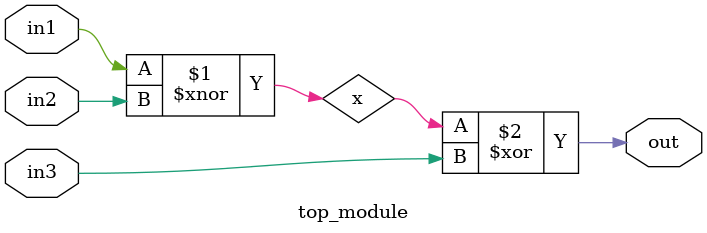
<source format=v>
module top_module (
    input in1,
    input in2,
    input in3,
    output out);
    wire x;
    assign x=in1 ~^ in2;
    assign out= x ^ in3;

endmodule

</source>
